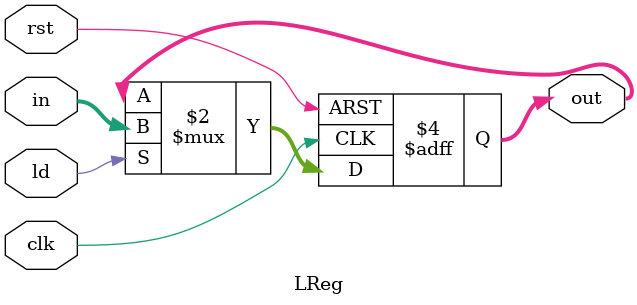
<source format=v>
`timescale 1ns/1ns
module LReg (clk, rst, ld, in, out);
  input clk, rst, ld;
  input [7:0] in;
  output reg [7:0] out;
  always@(posedge clk, posedge rst)begin
    if (rst) out <= 0;
    else if (ld)
      out <= in;
  end
endmodule



</source>
